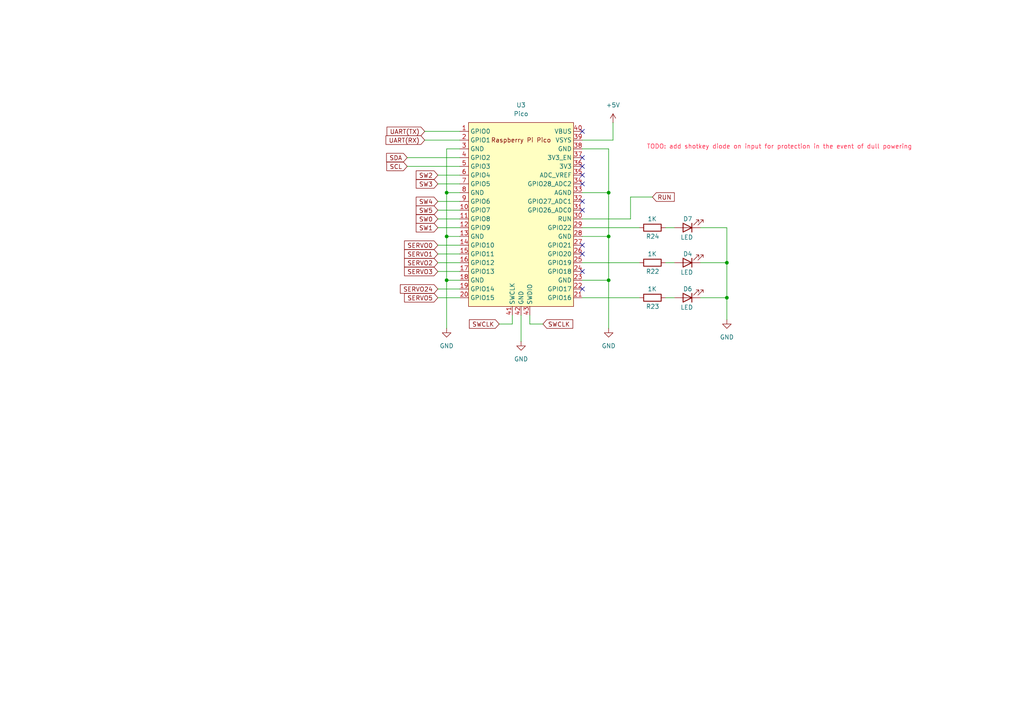
<source format=kicad_sch>
(kicad_sch (version 20231120) (generator "eeschema") (generator_version "8.0")
  (paper "A4")
  (title_block (title "Backplane_Board") (date "2024-10-29") (rev "1") (company "Cabrillo Robtics") (comment 1 "LaserShark Backplane PCB"))
  (lib_symbols
    (symbol "Device:LED" (pin_numbers hide) (pin_names (offset 1.016) hide)
      (property "Reference" "D" (at 0 2.54 0))
      (property "Value" "LED" (at 0 -2.54 0))
      (symbol "LED_0_1"
        (polyline (pts (xy -1.27 -1.27) (xy -1.27 1.27)) (stroke (width 0.254)))
        (polyline (pts (xy -1.27 0) (xy 1.27 0)))
        (polyline (pts (xy 1.27 -1.27) (xy 1.27 1.27) (xy -1.27 0) (xy 1.27 -1.27)) (stroke (width 0.254)))
        (polyline (pts (xy -3.048 -0.762) (xy -4.572 -2.286) (xy -3.81 -2.286) (xy -4.572 -2.286) (xy -4.572 -1.524)))
        (polyline (pts (xy -1.778 -0.762) (xy -3.302 -2.286) (xy -2.54 -2.286) (xy -3.302 -2.286) (xy -3.302 -1.524)))
      )
      (symbol "LED_1_1"
        (pin passive line (at -3.81 0 0) (length 2.54) (name "K") (number "1"))
        (pin passive line (at 3.81 0 180) (length 2.54) (name "A") (number "2"))
      )
    )
    (symbol "Device:R" (pin_numbers hide) (pin_names (offset 0))
      (property "Reference" "R" (at 2.032 0 90))
      (property "Value" "R" (at 0 0 90))
      (symbol "R_0_1"
        (rectangle (start -1.016 -2.54) (end 1.016 2.54) (stroke (width 0.254)))
      )
      (symbol "R_1_1"
        (pin passive line (at 0 3.81 270) (length 1.27) (name "~") (number "1"))
        (pin passive line (at 0 -3.81 90) (length 1.27) (name "~") (number "2"))
      )
    )
    (symbol "MCU_RaspberryPi_and_Boards:Pico"
      (property "Reference" "U" (at -13.97 27.94 0))
      (property "Value" "Pico" (at 0 19.05 0))
      (symbol "Pico_0_0"
        (text "Raspberry Pi Pico" (at 0 21.59 0) (effects (font (size 1.27 1.27))))
      )
      (symbol "Pico_0_1"
        (rectangle (start -15.24 26.67) (end 15.24 -26.67) (fill (type background)))
      )
      (symbol "Pico_1_1"
        (pin bidirectional line (at -17.78 24.13 0) (length 2.54) (name "GPIO0") (number "1"))
        (pin bidirectional line (at -17.78 1.27 0) (length 2.54) (name "GPIO7") (number "10"))
        (pin bidirectional line (at -17.78 -1.27 0) (length 2.54) (name "GPIO8") (number "11"))
        (pin bidirectional line (at -17.78 -3.81 0) (length 2.54) (name "GPIO9") (number "12"))
        (pin power_in line (at -17.78 -6.35 0) (length 2.54) (name "GND") (number "13"))
        (pin bidirectional line (at -17.78 -8.89 0) (length 2.54) (name "GPIO10") (number "14"))
        (pin bidirectional line (at -17.78 -11.43 0) (length 2.54) (name "GPIO11") (number "15"))
        (pin bidirectional line (at -17.78 -13.97 0) (length 2.54) (name "GPIO12") (number "16"))
        (pin bidirectional line (at -17.78 -16.51 0) (length 2.54) (name "GPIO13") (number "17"))
        (pin power_in line (at -17.78 -19.05 0) (length 2.54) (name "GND") (number "18"))
        (pin bidirectional line (at -17.78 -21.59 0) (length 2.54) (name "GPIO14") (number "19"))
        (pin bidirectional line (at -17.78 21.59 0) (length 2.54) (name "GPIO1") (number "2"))
        (pin bidirectional line (at -17.78 -24.13 0) (length 2.54) (name "GPIO15") (number "20"))
        (pin bidirectional line (at 17.78 -24.13 180) (length 2.54) (name "GPIO16") (number "21"))
        (pin bidirectional line (at 17.78 -21.59 180) (length 2.54) (name "GPIO17") (number "22"))
        (pin power_in line (at 17.78 -19.05 180) (length 2.54) (name "GND") (number "23"))
        (pin bidirectional line (at 17.78 -16.51 180) (length 2.54) (name "GPIO18") (number "24"))
        (pin bidirectional line (at 17.78 -13.97 180) (length 2.54) (name "GPIO19") (number "25"))
        (pin bidirectional line (at 17.78 -11.43 180) (length 2.54) (name "GPIO20") (number "26"))
        (pin bidirectional line (at 17.78 -8.89 180) (length 2.54) (name "GPIO21") (number "27"))
        (pin power_in line (at 17.78 -6.35 180) (length 2.54) (name "GND") (number "28"))
        (pin bidirectional line (at 17.78 -3.81 180) (length 2.54) (name "GPIO22") (number "29"))
        (pin power_in line (at -17.78 19.05 0) (length 2.54) (name "GND") (number "3"))
        (pin input line (at 17.78 -1.27 180) (length 2.54) (name "RUN") (number "30"))
        (pin bidirectional line (at 17.78 1.27 180) (length 2.54) (name "GPIO26_ADC0") (number "31"))
        (pin bidirectional line (at 17.78 3.81 180) (length 2.54) (name "GPIO27_ADC1") (number "32"))
        (pin power_in line (at 17.78 6.35 180) (length 2.54) (name "AGND") (number "33"))
        (pin bidirectional line (at 17.78 8.89 180) (length 2.54) (name "GPIO28_ADC2") (number "34"))
        (pin power_in line (at 17.78 11.43 180) (length 2.54) (name "ADC_VREF") (number "35"))
        (pin power_in line (at 17.78 13.97 180) (length 2.54) (name "3V3") (number "36"))
        (pin input line (at 17.78 16.51 180) (length 2.54) (name "3V3_EN") (number "37"))
        (pin bidirectional line (at 17.78 19.05 180) (length 2.54) (name "GND") (number "38"))
        (pin power_in line (at 17.78 21.59 180) (length 2.54) (name "VSYS") (number "39"))
        (pin bidirectional line (at -17.78 16.51 0) (length 2.54) (name "GPIO2") (number "4"))
        (pin power_in line (at 17.78 24.13 180) (length 2.54) (name "VBUS") (number "40"))
        (pin input line (at -2.54 -29.21 90) (length 2.54) (name "SWCLK") (number "41"))
        (pin power_in line (at 0 -29.21 90) (length 2.54) (name "GND") (number "42"))
        (pin bidirectional line (at 2.54 -29.21 90) (length 2.54) (name "SWDIO") (number "43"))
        (pin bidirectional line (at -17.78 13.97 0) (length 2.54) (name "GPIO3") (number "5"))
        (pin bidirectional line (at -17.78 11.43 0) (length 2.54) (name "GPIO4") (number "6"))
        (pin bidirectional line (at -17.78 8.89 0) (length 2.54) (name "GPIO5") (number "7"))
        (pin power_in line (at -17.78 6.35 0) (length 2.54) (name "GND") (number "8"))
        (pin bidirectional line (at -17.78 3.81 0) (length 2.54) (name "GPIO6") (number "9"))
      )
    )
    (symbol "power:+5V" (power) (pin_numbers hide) (pin_names (offset 0) hide)
      (property "Value" "+5V" (at 0 3.556 0))
      (symbol "+5V_0_1"
        (polyline (pts (xy -0.762 1.27) (xy 0 2.54)))
        (polyline (pts (xy 0 0) (xy 0 2.54)))
        (polyline (pts (xy 0 2.54) (xy 0.762 1.27)))
      )
      (symbol "+5V_1_1"
        (pin power_in line (at 0 0 90) (length 0) (name "~") (number "1"))
      )
    )
    (symbol "power:GND" (power) (pin_numbers hide) (pin_names (offset 0) hide)
      (property "Value" "GND" (at 0 -3.81 0))
      (symbol "GND_0_1"
        (polyline (pts (xy 0 0) (xy 0 -1.27) (xy 1.27 -1.27) (xy 0 -2.54) (xy -1.27 -1.27) (xy 0 -1.27)))
      )
      (symbol "GND_1_1"
        (pin power_in line (at 0 0 270) (length 0) (name "~") (number "1"))
      )
    )
  )
  (junction (at 129.54 81.28))
  (junction (at 210.82 76.2))
  (junction (at 176.53 81.28))
  (junction (at 129.54 55.88))
  (junction (at 176.53 55.88))
  (junction (at 129.54 68.58))
  (junction (at 210.82 86.36))
  (junction (at 176.53 68.58))
  (no_connect (at 168.91 73.66))
  (no_connect (at 168.91 83.82))
  (no_connect (at 168.91 50.8))
  (no_connect (at 168.91 48.26))
  (no_connect (at 168.91 58.42))
  (no_connect (at 168.91 71.12))
  (no_connect (at 168.91 78.74))
  (no_connect (at 168.91 53.34))
  (no_connect (at 168.91 38.1))
  (no_connect (at 168.91 45.72))
  (no_connect (at 168.91 60.96))
  (wire (pts (xy 133.35 48.26) (xy 118.11 48.26)))
  (wire (pts (xy 168.91 43.18) (xy 176.53 43.18)))
  (wire (pts (xy 176.53 55.88) (xy 176.53 68.58)))
  (wire (pts (xy 129.54 68.58) (xy 133.35 68.58)))
  (wire (pts (xy 182.88 63.5) (xy 168.91 63.5)))
  (wire (pts (xy 148.59 91.44) (xy 148.59 93.98)))
  (wire (pts (xy 127 50.8) (xy 133.35 50.8)))
  (wire (pts (xy 168.91 81.28) (xy 176.53 81.28)))
  (wire (pts (xy 151.13 91.44) (xy 151.13 99.06)))
  (wire (pts (xy 168.91 68.58) (xy 176.53 68.58)))
  (wire (pts (xy 210.82 66.04) (xy 210.82 76.2)))
  (wire (pts (xy 168.91 76.2) (xy 185.42 76.2)))
  (wire (pts (xy 153.67 93.98) (xy 157.48 93.98)))
  (wire (pts (xy 176.53 81.28) (xy 176.53 95.25)))
  (wire (pts (xy 129.54 43.18) (xy 129.54 55.88)))
  (wire (pts (xy 129.54 55.88) (xy 129.54 68.58)))
  (wire (pts (xy 127 53.34) (xy 133.35 53.34)))
  (wire (pts (xy 127 73.66) (xy 133.35 73.66)))
  (wire (pts (xy 210.82 76.2) (xy 210.82 86.36)))
  (wire (pts (xy 177.8 40.64) (xy 168.91 40.64)))
  (wire (pts (xy 133.35 45.72) (xy 118.11 45.72)))
  (wire (pts (xy 168.91 55.88) (xy 176.53 55.88)))
  (wire (pts (xy 127 78.74) (xy 133.35 78.74)))
  (wire (pts (xy 127 63.5) (xy 133.35 63.5)))
  (wire (pts (xy 127 71.12) (xy 133.35 71.12)))
  (wire (pts (xy 148.59 93.98) (xy 144.78 93.98)))
  (wire (pts (xy 203.2 86.36) (xy 210.82 86.36)))
  (wire (pts (xy 193.04 76.2) (xy 195.58 76.2)))
  (wire (pts (xy 127 76.2) (xy 133.35 76.2)))
  (wire (pts (xy 129.54 81.28) (xy 129.54 95.25)))
  (wire (pts (xy 182.88 57.15) (xy 189.23 57.15)))
  (wire (pts (xy 203.2 66.04) (xy 210.82 66.04)))
  (wire (pts (xy 133.35 43.18) (xy 129.54 43.18)))
  (wire (pts (xy 153.67 91.44) (xy 153.67 93.98)))
  (wire (pts (xy 177.8 35.56) (xy 177.8 40.64)))
  (wire (pts (xy 182.88 57.15) (xy 182.88 63.5)))
  (wire (pts (xy 127 83.82) (xy 133.35 83.82)))
  (wire (pts (xy 123.19 40.64) (xy 133.35 40.64)))
  (wire (pts (xy 129.54 81.28) (xy 133.35 81.28)))
  (wire (pts (xy 127 66.04) (xy 133.35 66.04)))
  (wire (pts (xy 210.82 86.36) (xy 210.82 92.71)))
  (wire (pts (xy 127 60.96) (xy 133.35 60.96)))
  (wire (pts (xy 129.54 55.88) (xy 133.35 55.88)))
  (wire (pts (xy 127 86.36) (xy 133.35 86.36)))
  (wire (pts (xy 168.91 66.04) (xy 185.42 66.04)))
  (wire (pts (xy 168.91 86.36) (xy 185.42 86.36)))
  (wire (pts (xy 176.53 43.18) (xy 176.53 55.88)))
  (wire (pts (xy 193.04 66.04) (xy 195.58 66.04)))
  (wire (pts (xy 129.54 68.58) (xy 129.54 81.28)))
  (wire (pts (xy 123.19 38.1) (xy 133.35 38.1)))
  (wire (pts (xy 127 58.42) (xy 133.35 58.42)))
  (wire (pts (xy 176.53 68.58) (xy 176.53 81.28)))
  (wire (pts (xy 193.04 86.36) (xy 195.58 86.36)))
  (wire (pts (xy 203.2 76.2) (xy 210.82 76.2)))
  (text "TODO: add shotkey diode on input for protection in the event of dull powering" (at 226.06 42.672 0) (effects (font (size 1.27 1.27))))
  (global_label "SERVO2" (shape input) (at 127 76.2 180) (property "Intersheetrefs" "${INTERSHEET_REFS}" (effects (hide yes))))
  (global_label "RUN" (shape input) (at 189.23 57.15 0) (property "Intersheetrefs" "${INTERSHEET_REFS}" (effects (hide yes))))
  (global_label "SDA" (shape input) (at 118.11 45.72 180) (property "Intersheetrefs" "${INTERSHEET_REFS}" (effects (hide yes))))
  (global_label "SW1" (shape input) (at 127 66.04 180) (property "Intersheetrefs" "${INTERSHEET_REFS}" (effects (hide yes))))
  (global_label "SERVO1" (shape input) (at 127 73.66 180) (property "Intersheetrefs" "${INTERSHEET_REFS}" (effects (hide yes))))
  (global_label "SWCLK" (shape input) (at 157.48 93.98 0) (property "Intersheetrefs" "${INTERSHEET_REFS}" (effects (hide yes))))
  (global_label "SW2" (shape input) (at 127 50.8 180) (property "Intersheetrefs" "${INTERSHEET_REFS}" (effects (hide yes))))
  (global_label "SERVO5" (shape input) (at 127 86.36 180) (property "Intersheetrefs" "${INTERSHEET_REFS}" (effects (hide yes))))
  (global_label "SWCLK" (shape input) (at 144.78 93.98 180) (property "Intersheetrefs" "${INTERSHEET_REFS}" (effects (hide yes))))
  (global_label "SW4" (shape input) (at 127 58.42 180) (property "Intersheetrefs" "${INTERSHEET_REFS}" (effects (hide yes))))
  (global_label "SERVO0" (shape input) (at 127 71.12 180) (property "Intersheetrefs" "${INTERSHEET_REFS}" (effects (hide yes))))
  (global_label "SERVO3" (shape input) (at 127 78.74 180) (property "Intersheetrefs" "${INTERSHEET_REFS}" (effects (hide yes))))
  (global_label "SERVO24" (shape input) (at 127 83.82 180) (property "Intersheetrefs" "${INTERSHEET_REFS}" (effects (hide yes))))
  (global_label "SCL" (shape input) (at 118.11 48.26 180) (property "Intersheetrefs" "${INTERSHEET_REFS}" (effects (hide yes))))
  (global_label "UART(RX)" (shape input) (at 123.19 40.64 180) (property "Intersheetrefs" "${INTERSHEET_REFS}" (effects (hide yes))))
  (global_label "SW5" (shape input) (at 127 60.96 180) (property "Intersheetrefs" "${INTERSHEET_REFS}" (effects (hide yes))))
  (global_label "SW0" (shape input) (at 127 63.5 180) (property "Intersheetrefs" "${INTERSHEET_REFS}" (effects (hide yes))))
  (global_label "SW3" (shape input) (at 127 53.34 180) (property "Intersheetrefs" "${INTERSHEET_REFS}" (effects (hide yes))))
  (global_label "UART(TX)" (shape input) (at 123.19 38.1 180) (property "Intersheetrefs" "${INTERSHEET_REFS}" (effects (hide yes))))
  (symbol (lib_id "power:+5V") (at 177.8 35.56 0) (unit 1)
    (property "Reference" "#PWR055" (effects (hide yes)))
    (property "Value" "+5V" (at 177.8 30.48 0))
    (property "Description" "Power symbol creates a global label with name \"+5V\"" (effects (hide yes)))
  )
  (symbol (lib_id "Device:R") (at 189.23 86.36 90) (unit 1)
    (property "Reference" "R23" (at 191.262 88.9 90) (effects (justify left)))
    (property "Value" "1K" (at 190.4999 83.82 90) (effects (justify left)))
    (property "Description" "Resistor" (effects (hide yes)))
  )
  (symbol (lib_id "Device:LED") (at 199.39 76.2 180) (unit 1)
    (property "Reference" "D4" (at 198.12 73.66 0) (effects (justify right)))
    (property "Value" "LED" (at 197.358 78.994 0) (effects (justify right)))
    (property "Description" "Light emitting diode" (effects (hide yes)))
  )
  (symbol (lib_id "power:GND") (at 176.53 95.25 0) (unit 1)
    (property "Reference" "#PWR061" (effects (hide yes)))
    (property "Value" "GND" (at 176.53 100.33 0))
    (property "Description" "Power symbol creates a global label with name \"GND\" , ground" (effects (hide yes)))
  )
  (symbol (lib_id "MCU_RaspberryPi_and_Boards:Pico") (at 151.13 62.23 0) (unit 1)
    (property "Reference" "U3" (at 151.13 30.48 0))
    (property "Value" "Pico" (at 151.13 33.02 0))
    (property "Footprint" "RPi_Pico:RPi_Pico_SMD_TH" (effects (hide yes)))
  )
  (symbol (lib_id "Device:R") (at 189.23 66.04 90) (unit 1)
    (property "Reference" "R24" (at 191.262 68.58 90) (effects (justify left)))
    (property "Value" "1K" (at 190.4999 63.5 90) (effects (justify left)))
    (property "Description" "Resistor" (effects (hide yes)))
  )
  (symbol (lib_id "power:GND") (at 151.13 99.06 0) (unit 1)
    (property "Reference" "#PWR056" (effects (hide yes)))
    (property "Value" "GND" (at 151.13 104.14 0))
    (property "Description" "Power symbol creates a global label with name \"GND\" , ground" (effects (hide yes)))
  )
  (symbol (lib_id "Device:LED") (at 199.39 66.04 180) (unit 1)
    (property "Reference" "D7" (at 198.12 63.5 0) (effects (justify right)))
    (property "Value" "LED" (at 197.358 68.834 0) (effects (justify right)))
    (property "Description" "Light emitting diode" (effects (hide yes)))
  )
  (symbol (lib_id "Device:R") (at 189.23 76.2 90) (unit 1)
    (property "Reference" "R22" (at 191.262 78.74 90) (effects (justify left)))
    (property "Value" "1K" (at 190.4999 73.66 90) (effects (justify left)))
    (property "Description" "Resistor" (effects (hide yes)))
  )
  (symbol (lib_id "Device:LED") (at 199.39 86.36 180) (unit 1)
    (property "Reference" "D6" (at 198.12 83.82 0) (effects (justify right)))
    (property "Value" "LED" (at 197.358 89.154 0) (effects (justify right)))
    (property "Description" "Light emitting diode" (effects (hide yes)))
  )
  (symbol (lib_id "power:GND") (at 129.54 95.25 0) (unit 1)
    (property "Reference" "#PWR062" (effects (hide yes)))
    (property "Value" "GND" (at 129.54 100.33 0))
    (property "Description" "Power symbol creates a global label with name \"GND\" , ground" (effects (hide yes)))
  )
  (symbol (lib_id "power:GND") (at 210.82 92.71 0) (unit 1)
    (property "Reference" "#PWR063" (effects (hide yes)))
    (property "Value" "GND" (at 210.82 97.79 0))
    (property "Description" "Power symbol creates a global label with name \"GND\" , ground" (effects (hide yes)))
  )
)
</source>
